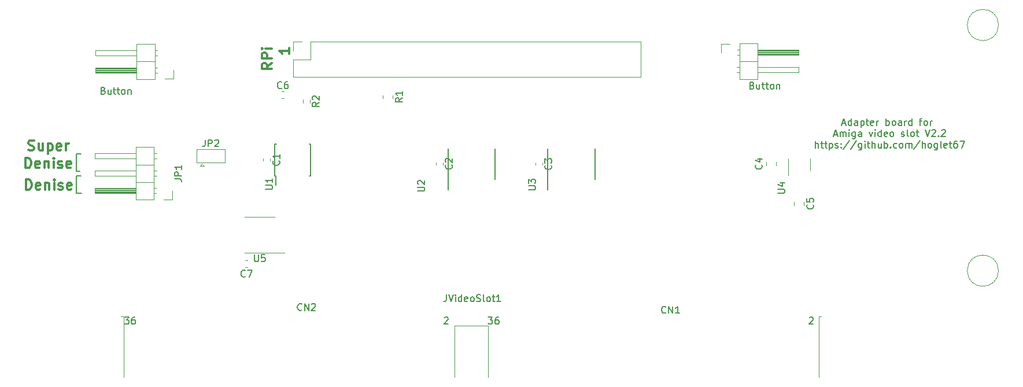
<source format=gbr>
G04 #@! TF.GenerationSoftware,KiCad,Pcbnew,5.1.9-73d0e3b20d~88~ubuntu20.10.1*
G04 #@! TF.CreationDate,2021-03-28T07:48:37+01:00*
G04 #@! TF.ProjectId,videoslotadapter,76696465-6f73-46c6-9f74-616461707465,rev?*
G04 #@! TF.SameCoordinates,Original*
G04 #@! TF.FileFunction,Legend,Top*
G04 #@! TF.FilePolarity,Positive*
%FSLAX46Y46*%
G04 Gerber Fmt 4.6, Leading zero omitted, Abs format (unit mm)*
G04 Created by KiCad (PCBNEW 5.1.9-73d0e3b20d~88~ubuntu20.10.1) date 2021-03-28 07:48:37*
%MOMM*%
%LPD*%
G01*
G04 APERTURE LIST*
%ADD10C,0.150000*%
%ADD11C,0.200000*%
%ADD12C,0.300000*%
%ADD13C,0.120000*%
G04 APERTURE END LIST*
D10*
X107441597Y-74144831D02*
X107584454Y-74192450D01*
X107632073Y-74240069D01*
X107679692Y-74335307D01*
X107679692Y-74478164D01*
X107632073Y-74573402D01*
X107584454Y-74621021D01*
X107489216Y-74668640D01*
X107108263Y-74668640D01*
X107108263Y-73668640D01*
X107441597Y-73668640D01*
X107536835Y-73716260D01*
X107584454Y-73763879D01*
X107632073Y-73859117D01*
X107632073Y-73954355D01*
X107584454Y-74049593D01*
X107536835Y-74097212D01*
X107441597Y-74144831D01*
X107108263Y-74144831D01*
X108536835Y-74001974D02*
X108536835Y-74668640D01*
X108108263Y-74001974D02*
X108108263Y-74525783D01*
X108155882Y-74621021D01*
X108251120Y-74668640D01*
X108393978Y-74668640D01*
X108489216Y-74621021D01*
X108536835Y-74573402D01*
X108870168Y-74001974D02*
X109251120Y-74001974D01*
X109013025Y-73668640D02*
X109013025Y-74525783D01*
X109060644Y-74621021D01*
X109155882Y-74668640D01*
X109251120Y-74668640D01*
X109441597Y-74001974D02*
X109822549Y-74001974D01*
X109584454Y-73668640D02*
X109584454Y-74525783D01*
X109632073Y-74621021D01*
X109727311Y-74668640D01*
X109822549Y-74668640D01*
X110298740Y-74668640D02*
X110203501Y-74621021D01*
X110155882Y-74573402D01*
X110108263Y-74478164D01*
X110108263Y-74192450D01*
X110155882Y-74097212D01*
X110203501Y-74049593D01*
X110298740Y-74001974D01*
X110441597Y-74001974D01*
X110536835Y-74049593D01*
X110584454Y-74097212D01*
X110632073Y-74192450D01*
X110632073Y-74478164D01*
X110584454Y-74573402D01*
X110536835Y-74621021D01*
X110441597Y-74668640D01*
X110298740Y-74668640D01*
X111060644Y-74001974D02*
X111060644Y-74668640D01*
X111060644Y-74097212D02*
X111108263Y-74049593D01*
X111203501Y-74001974D01*
X111346359Y-74001974D01*
X111441597Y-74049593D01*
X111489216Y-74144831D01*
X111489216Y-74668640D01*
X202414737Y-73382831D02*
X202557594Y-73430450D01*
X202605213Y-73478069D01*
X202652832Y-73573307D01*
X202652832Y-73716164D01*
X202605213Y-73811402D01*
X202557594Y-73859021D01*
X202462356Y-73906640D01*
X202081403Y-73906640D01*
X202081403Y-72906640D01*
X202414737Y-72906640D01*
X202509975Y-72954260D01*
X202557594Y-73001879D01*
X202605213Y-73097117D01*
X202605213Y-73192355D01*
X202557594Y-73287593D01*
X202509975Y-73335212D01*
X202414737Y-73382831D01*
X202081403Y-73382831D01*
X203509975Y-73239974D02*
X203509975Y-73906640D01*
X203081403Y-73239974D02*
X203081403Y-73763783D01*
X203129022Y-73859021D01*
X203224260Y-73906640D01*
X203367118Y-73906640D01*
X203462356Y-73859021D01*
X203509975Y-73811402D01*
X203843308Y-73239974D02*
X204224260Y-73239974D01*
X203986165Y-72906640D02*
X203986165Y-73763783D01*
X204033784Y-73859021D01*
X204129022Y-73906640D01*
X204224260Y-73906640D01*
X204414737Y-73239974D02*
X204795689Y-73239974D01*
X204557594Y-72906640D02*
X204557594Y-73763783D01*
X204605213Y-73859021D01*
X204700451Y-73906640D01*
X204795689Y-73906640D01*
X205271880Y-73906640D02*
X205176641Y-73859021D01*
X205129022Y-73811402D01*
X205081403Y-73716164D01*
X205081403Y-73430450D01*
X205129022Y-73335212D01*
X205176641Y-73287593D01*
X205271880Y-73239974D01*
X205414737Y-73239974D01*
X205509975Y-73287593D01*
X205557594Y-73335212D01*
X205605213Y-73430450D01*
X205605213Y-73716164D01*
X205557594Y-73811402D01*
X205509975Y-73859021D01*
X205414737Y-73906640D01*
X205271880Y-73906640D01*
X206033784Y-73239974D02*
X206033784Y-73906640D01*
X206033784Y-73335212D02*
X206081403Y-73287593D01*
X206176641Y-73239974D01*
X206319499Y-73239974D01*
X206414737Y-73287593D01*
X206462356Y-73382831D01*
X206462356Y-73906640D01*
X215626228Y-78938146D02*
X216102419Y-78938146D01*
X215530990Y-79223860D02*
X215864323Y-78223860D01*
X216197657Y-79223860D01*
X216959561Y-79223860D02*
X216959561Y-78223860D01*
X216959561Y-79176241D02*
X216864323Y-79223860D01*
X216673847Y-79223860D01*
X216578609Y-79176241D01*
X216530990Y-79128622D01*
X216483371Y-79033384D01*
X216483371Y-78747670D01*
X216530990Y-78652432D01*
X216578609Y-78604813D01*
X216673847Y-78557194D01*
X216864323Y-78557194D01*
X216959561Y-78604813D01*
X217864323Y-79223860D02*
X217864323Y-78700051D01*
X217816704Y-78604813D01*
X217721466Y-78557194D01*
X217530990Y-78557194D01*
X217435752Y-78604813D01*
X217864323Y-79176241D02*
X217769085Y-79223860D01*
X217530990Y-79223860D01*
X217435752Y-79176241D01*
X217388133Y-79081003D01*
X217388133Y-78985765D01*
X217435752Y-78890527D01*
X217530990Y-78842908D01*
X217769085Y-78842908D01*
X217864323Y-78795289D01*
X218340514Y-78557194D02*
X218340514Y-79557194D01*
X218340514Y-78604813D02*
X218435752Y-78557194D01*
X218626228Y-78557194D01*
X218721466Y-78604813D01*
X218769085Y-78652432D01*
X218816704Y-78747670D01*
X218816704Y-79033384D01*
X218769085Y-79128622D01*
X218721466Y-79176241D01*
X218626228Y-79223860D01*
X218435752Y-79223860D01*
X218340514Y-79176241D01*
X219102419Y-78557194D02*
X219483371Y-78557194D01*
X219245276Y-78223860D02*
X219245276Y-79081003D01*
X219292895Y-79176241D01*
X219388133Y-79223860D01*
X219483371Y-79223860D01*
X220197657Y-79176241D02*
X220102419Y-79223860D01*
X219911942Y-79223860D01*
X219816704Y-79176241D01*
X219769085Y-79081003D01*
X219769085Y-78700051D01*
X219816704Y-78604813D01*
X219911942Y-78557194D01*
X220102419Y-78557194D01*
X220197657Y-78604813D01*
X220245276Y-78700051D01*
X220245276Y-78795289D01*
X219769085Y-78890527D01*
X220673847Y-79223860D02*
X220673847Y-78557194D01*
X220673847Y-78747670D02*
X220721466Y-78652432D01*
X220769085Y-78604813D01*
X220864323Y-78557194D01*
X220959561Y-78557194D01*
X222054800Y-79223860D02*
X222054800Y-78223860D01*
X222054800Y-78604813D02*
X222150038Y-78557194D01*
X222340514Y-78557194D01*
X222435752Y-78604813D01*
X222483371Y-78652432D01*
X222530990Y-78747670D01*
X222530990Y-79033384D01*
X222483371Y-79128622D01*
X222435752Y-79176241D01*
X222340514Y-79223860D01*
X222150038Y-79223860D01*
X222054800Y-79176241D01*
X223102419Y-79223860D02*
X223007180Y-79176241D01*
X222959561Y-79128622D01*
X222911942Y-79033384D01*
X222911942Y-78747670D01*
X222959561Y-78652432D01*
X223007180Y-78604813D01*
X223102419Y-78557194D01*
X223245276Y-78557194D01*
X223340514Y-78604813D01*
X223388133Y-78652432D01*
X223435752Y-78747670D01*
X223435752Y-79033384D01*
X223388133Y-79128622D01*
X223340514Y-79176241D01*
X223245276Y-79223860D01*
X223102419Y-79223860D01*
X224292895Y-79223860D02*
X224292895Y-78700051D01*
X224245276Y-78604813D01*
X224150038Y-78557194D01*
X223959561Y-78557194D01*
X223864323Y-78604813D01*
X224292895Y-79176241D02*
X224197657Y-79223860D01*
X223959561Y-79223860D01*
X223864323Y-79176241D01*
X223816704Y-79081003D01*
X223816704Y-78985765D01*
X223864323Y-78890527D01*
X223959561Y-78842908D01*
X224197657Y-78842908D01*
X224292895Y-78795289D01*
X224769085Y-79223860D02*
X224769085Y-78557194D01*
X224769085Y-78747670D02*
X224816704Y-78652432D01*
X224864323Y-78604813D01*
X224959561Y-78557194D01*
X225054800Y-78557194D01*
X225816704Y-79223860D02*
X225816704Y-78223860D01*
X225816704Y-79176241D02*
X225721466Y-79223860D01*
X225530990Y-79223860D01*
X225435752Y-79176241D01*
X225388133Y-79128622D01*
X225340514Y-79033384D01*
X225340514Y-78747670D01*
X225388133Y-78652432D01*
X225435752Y-78604813D01*
X225530990Y-78557194D01*
X225721466Y-78557194D01*
X225816704Y-78604813D01*
X226911942Y-78557194D02*
X227292895Y-78557194D01*
X227054800Y-79223860D02*
X227054800Y-78366718D01*
X227102419Y-78271480D01*
X227197657Y-78223860D01*
X227292895Y-78223860D01*
X227769085Y-79223860D02*
X227673847Y-79176241D01*
X227626228Y-79128622D01*
X227578609Y-79033384D01*
X227578609Y-78747670D01*
X227626228Y-78652432D01*
X227673847Y-78604813D01*
X227769085Y-78557194D01*
X227911942Y-78557194D01*
X228007180Y-78604813D01*
X228054800Y-78652432D01*
X228102419Y-78747670D01*
X228102419Y-79033384D01*
X228054800Y-79128622D01*
X228007180Y-79176241D01*
X227911942Y-79223860D01*
X227769085Y-79223860D01*
X228530990Y-79223860D02*
X228530990Y-78557194D01*
X228530990Y-78747670D02*
X228578609Y-78652432D01*
X228626228Y-78604813D01*
X228721466Y-78557194D01*
X228816704Y-78557194D01*
X214388133Y-80588146D02*
X214864323Y-80588146D01*
X214292895Y-80873860D02*
X214626228Y-79873860D01*
X214959561Y-80873860D01*
X215292895Y-80873860D02*
X215292895Y-80207194D01*
X215292895Y-80302432D02*
X215340514Y-80254813D01*
X215435752Y-80207194D01*
X215578609Y-80207194D01*
X215673847Y-80254813D01*
X215721466Y-80350051D01*
X215721466Y-80873860D01*
X215721466Y-80350051D02*
X215769085Y-80254813D01*
X215864323Y-80207194D01*
X216007180Y-80207194D01*
X216102419Y-80254813D01*
X216150038Y-80350051D01*
X216150038Y-80873860D01*
X216626228Y-80873860D02*
X216626228Y-80207194D01*
X216626228Y-79873860D02*
X216578609Y-79921480D01*
X216626228Y-79969099D01*
X216673847Y-79921480D01*
X216626228Y-79873860D01*
X216626228Y-79969099D01*
X217530990Y-80207194D02*
X217530990Y-81016718D01*
X217483371Y-81111956D01*
X217435752Y-81159575D01*
X217340514Y-81207194D01*
X217197657Y-81207194D01*
X217102419Y-81159575D01*
X217530990Y-80826241D02*
X217435752Y-80873860D01*
X217245276Y-80873860D01*
X217150038Y-80826241D01*
X217102419Y-80778622D01*
X217054800Y-80683384D01*
X217054800Y-80397670D01*
X217102419Y-80302432D01*
X217150038Y-80254813D01*
X217245276Y-80207194D01*
X217435752Y-80207194D01*
X217530990Y-80254813D01*
X218435752Y-80873860D02*
X218435752Y-80350051D01*
X218388133Y-80254813D01*
X218292895Y-80207194D01*
X218102419Y-80207194D01*
X218007180Y-80254813D01*
X218435752Y-80826241D02*
X218340514Y-80873860D01*
X218102419Y-80873860D01*
X218007180Y-80826241D01*
X217959561Y-80731003D01*
X217959561Y-80635765D01*
X218007180Y-80540527D01*
X218102419Y-80492908D01*
X218340514Y-80492908D01*
X218435752Y-80445289D01*
X219578609Y-80207194D02*
X219816704Y-80873860D01*
X220054800Y-80207194D01*
X220435752Y-80873860D02*
X220435752Y-80207194D01*
X220435752Y-79873860D02*
X220388133Y-79921480D01*
X220435752Y-79969099D01*
X220483371Y-79921480D01*
X220435752Y-79873860D01*
X220435752Y-79969099D01*
X221340514Y-80873860D02*
X221340514Y-79873860D01*
X221340514Y-80826241D02*
X221245276Y-80873860D01*
X221054800Y-80873860D01*
X220959561Y-80826241D01*
X220911942Y-80778622D01*
X220864323Y-80683384D01*
X220864323Y-80397670D01*
X220911942Y-80302432D01*
X220959561Y-80254813D01*
X221054800Y-80207194D01*
X221245276Y-80207194D01*
X221340514Y-80254813D01*
X222197657Y-80826241D02*
X222102419Y-80873860D01*
X221911942Y-80873860D01*
X221816704Y-80826241D01*
X221769085Y-80731003D01*
X221769085Y-80350051D01*
X221816704Y-80254813D01*
X221911942Y-80207194D01*
X222102419Y-80207194D01*
X222197657Y-80254813D01*
X222245276Y-80350051D01*
X222245276Y-80445289D01*
X221769085Y-80540527D01*
X222816704Y-80873860D02*
X222721466Y-80826241D01*
X222673847Y-80778622D01*
X222626228Y-80683384D01*
X222626228Y-80397670D01*
X222673847Y-80302432D01*
X222721466Y-80254813D01*
X222816704Y-80207194D01*
X222959561Y-80207194D01*
X223054800Y-80254813D01*
X223102419Y-80302432D01*
X223150038Y-80397670D01*
X223150038Y-80683384D01*
X223102419Y-80778622D01*
X223054800Y-80826241D01*
X222959561Y-80873860D01*
X222816704Y-80873860D01*
X224292895Y-80826241D02*
X224388133Y-80873860D01*
X224578609Y-80873860D01*
X224673847Y-80826241D01*
X224721466Y-80731003D01*
X224721466Y-80683384D01*
X224673847Y-80588146D01*
X224578609Y-80540527D01*
X224435752Y-80540527D01*
X224340514Y-80492908D01*
X224292895Y-80397670D01*
X224292895Y-80350051D01*
X224340514Y-80254813D01*
X224435752Y-80207194D01*
X224578609Y-80207194D01*
X224673847Y-80254813D01*
X225292895Y-80873860D02*
X225197657Y-80826241D01*
X225150038Y-80731003D01*
X225150038Y-79873860D01*
X225816704Y-80873860D02*
X225721466Y-80826241D01*
X225673847Y-80778622D01*
X225626228Y-80683384D01*
X225626228Y-80397670D01*
X225673847Y-80302432D01*
X225721466Y-80254813D01*
X225816704Y-80207194D01*
X225959561Y-80207194D01*
X226054800Y-80254813D01*
X226102419Y-80302432D01*
X226150038Y-80397670D01*
X226150038Y-80683384D01*
X226102419Y-80778622D01*
X226054800Y-80826241D01*
X225959561Y-80873860D01*
X225816704Y-80873860D01*
X226435752Y-80207194D02*
X226816704Y-80207194D01*
X226578609Y-79873860D02*
X226578609Y-80731003D01*
X226626228Y-80826241D01*
X226721466Y-80873860D01*
X226816704Y-80873860D01*
X227769085Y-79873860D02*
X228102419Y-80873860D01*
X228435752Y-79873860D01*
X228721466Y-79969099D02*
X228769085Y-79921480D01*
X228864323Y-79873860D01*
X229102419Y-79873860D01*
X229197657Y-79921480D01*
X229245276Y-79969099D01*
X229292895Y-80064337D01*
X229292895Y-80159575D01*
X229245276Y-80302432D01*
X228673847Y-80873860D01*
X229292895Y-80873860D01*
X229721466Y-80778622D02*
X229769085Y-80826241D01*
X229721466Y-80873860D01*
X229673847Y-80826241D01*
X229721466Y-80778622D01*
X229721466Y-80873860D01*
X230150038Y-79969099D02*
X230197657Y-79921480D01*
X230292895Y-79873860D01*
X230530990Y-79873860D01*
X230626228Y-79921480D01*
X230673847Y-79969099D01*
X230721466Y-80064337D01*
X230721466Y-80159575D01*
X230673847Y-80302432D01*
X230102419Y-80873860D01*
X230721466Y-80873860D01*
X211697657Y-82523860D02*
X211697657Y-81523860D01*
X212126228Y-82523860D02*
X212126228Y-82000051D01*
X212078609Y-81904813D01*
X211983371Y-81857194D01*
X211840514Y-81857194D01*
X211745276Y-81904813D01*
X211697657Y-81952432D01*
X212459561Y-81857194D02*
X212840514Y-81857194D01*
X212602419Y-81523860D02*
X212602419Y-82381003D01*
X212650038Y-82476241D01*
X212745276Y-82523860D01*
X212840514Y-82523860D01*
X213030990Y-81857194D02*
X213411942Y-81857194D01*
X213173847Y-81523860D02*
X213173847Y-82381003D01*
X213221466Y-82476241D01*
X213316704Y-82523860D01*
X213411942Y-82523860D01*
X213745276Y-81857194D02*
X213745276Y-82857194D01*
X213745276Y-81904813D02*
X213840514Y-81857194D01*
X214030990Y-81857194D01*
X214126228Y-81904813D01*
X214173847Y-81952432D01*
X214221466Y-82047670D01*
X214221466Y-82333384D01*
X214173847Y-82428622D01*
X214126228Y-82476241D01*
X214030990Y-82523860D01*
X213840514Y-82523860D01*
X213745276Y-82476241D01*
X214602419Y-82476241D02*
X214697657Y-82523860D01*
X214888133Y-82523860D01*
X214983371Y-82476241D01*
X215030990Y-82381003D01*
X215030990Y-82333384D01*
X214983371Y-82238146D01*
X214888133Y-82190527D01*
X214745276Y-82190527D01*
X214650038Y-82142908D01*
X214602419Y-82047670D01*
X214602419Y-82000051D01*
X214650038Y-81904813D01*
X214745276Y-81857194D01*
X214888133Y-81857194D01*
X214983371Y-81904813D01*
X215459561Y-82428622D02*
X215507180Y-82476241D01*
X215459561Y-82523860D01*
X215411942Y-82476241D01*
X215459561Y-82428622D01*
X215459561Y-82523860D01*
X215459561Y-81904813D02*
X215507180Y-81952432D01*
X215459561Y-82000051D01*
X215411942Y-81952432D01*
X215459561Y-81904813D01*
X215459561Y-82000051D01*
X216650038Y-81476241D02*
X215792895Y-82761956D01*
X217697657Y-81476241D02*
X216840514Y-82761956D01*
X218459561Y-81857194D02*
X218459561Y-82666718D01*
X218411942Y-82761956D01*
X218364323Y-82809575D01*
X218269085Y-82857194D01*
X218126228Y-82857194D01*
X218030990Y-82809575D01*
X218459561Y-82476241D02*
X218364323Y-82523860D01*
X218173847Y-82523860D01*
X218078609Y-82476241D01*
X218030990Y-82428622D01*
X217983371Y-82333384D01*
X217983371Y-82047670D01*
X218030990Y-81952432D01*
X218078609Y-81904813D01*
X218173847Y-81857194D01*
X218364323Y-81857194D01*
X218459561Y-81904813D01*
X218935752Y-82523860D02*
X218935752Y-81857194D01*
X218935752Y-81523860D02*
X218888133Y-81571480D01*
X218935752Y-81619099D01*
X218983371Y-81571480D01*
X218935752Y-81523860D01*
X218935752Y-81619099D01*
X219269085Y-81857194D02*
X219650038Y-81857194D01*
X219411942Y-81523860D02*
X219411942Y-82381003D01*
X219459561Y-82476241D01*
X219554800Y-82523860D01*
X219650038Y-82523860D01*
X219983371Y-82523860D02*
X219983371Y-81523860D01*
X220411942Y-82523860D02*
X220411942Y-82000051D01*
X220364323Y-81904813D01*
X220269085Y-81857194D01*
X220126228Y-81857194D01*
X220030990Y-81904813D01*
X219983371Y-81952432D01*
X221316704Y-81857194D02*
X221316704Y-82523860D01*
X220888133Y-81857194D02*
X220888133Y-82381003D01*
X220935752Y-82476241D01*
X221030990Y-82523860D01*
X221173847Y-82523860D01*
X221269085Y-82476241D01*
X221316704Y-82428622D01*
X221792895Y-82523860D02*
X221792895Y-81523860D01*
X221792895Y-81904813D02*
X221888133Y-81857194D01*
X222078609Y-81857194D01*
X222173847Y-81904813D01*
X222221466Y-81952432D01*
X222269085Y-82047670D01*
X222269085Y-82333384D01*
X222221466Y-82428622D01*
X222173847Y-82476241D01*
X222078609Y-82523860D01*
X221888133Y-82523860D01*
X221792895Y-82476241D01*
X222697657Y-82428622D02*
X222745276Y-82476241D01*
X222697657Y-82523860D01*
X222650038Y-82476241D01*
X222697657Y-82428622D01*
X222697657Y-82523860D01*
X223602419Y-82476241D02*
X223507180Y-82523860D01*
X223316704Y-82523860D01*
X223221466Y-82476241D01*
X223173847Y-82428622D01*
X223126228Y-82333384D01*
X223126228Y-82047670D01*
X223173847Y-81952432D01*
X223221466Y-81904813D01*
X223316704Y-81857194D01*
X223507180Y-81857194D01*
X223602419Y-81904813D01*
X224173847Y-82523860D02*
X224078609Y-82476241D01*
X224030990Y-82428622D01*
X223983371Y-82333384D01*
X223983371Y-82047670D01*
X224030990Y-81952432D01*
X224078609Y-81904813D01*
X224173847Y-81857194D01*
X224316704Y-81857194D01*
X224411942Y-81904813D01*
X224459561Y-81952432D01*
X224507180Y-82047670D01*
X224507180Y-82333384D01*
X224459561Y-82428622D01*
X224411942Y-82476241D01*
X224316704Y-82523860D01*
X224173847Y-82523860D01*
X224935752Y-82523860D02*
X224935752Y-81857194D01*
X224935752Y-81952432D02*
X224983371Y-81904813D01*
X225078609Y-81857194D01*
X225221466Y-81857194D01*
X225316704Y-81904813D01*
X225364323Y-82000051D01*
X225364323Y-82523860D01*
X225364323Y-82000051D02*
X225411942Y-81904813D01*
X225507180Y-81857194D01*
X225650038Y-81857194D01*
X225745276Y-81904813D01*
X225792895Y-82000051D01*
X225792895Y-82523860D01*
X226983371Y-81476241D02*
X226126228Y-82761956D01*
X227316704Y-82523860D02*
X227316704Y-81523860D01*
X227745276Y-82523860D02*
X227745276Y-82000051D01*
X227697657Y-81904813D01*
X227602419Y-81857194D01*
X227459561Y-81857194D01*
X227364323Y-81904813D01*
X227316704Y-81952432D01*
X228364323Y-82523860D02*
X228269085Y-82476241D01*
X228221466Y-82428622D01*
X228173847Y-82333384D01*
X228173847Y-82047670D01*
X228221466Y-81952432D01*
X228269085Y-81904813D01*
X228364323Y-81857194D01*
X228507180Y-81857194D01*
X228602419Y-81904813D01*
X228650038Y-81952432D01*
X228697657Y-82047670D01*
X228697657Y-82333384D01*
X228650038Y-82428622D01*
X228602419Y-82476241D01*
X228507180Y-82523860D01*
X228364323Y-82523860D01*
X229554800Y-81857194D02*
X229554800Y-82666718D01*
X229507180Y-82761956D01*
X229459561Y-82809575D01*
X229364323Y-82857194D01*
X229221466Y-82857194D01*
X229126228Y-82809575D01*
X229554800Y-82476241D02*
X229459561Y-82523860D01*
X229269085Y-82523860D01*
X229173847Y-82476241D01*
X229126228Y-82428622D01*
X229078609Y-82333384D01*
X229078609Y-82047670D01*
X229126228Y-81952432D01*
X229173847Y-81904813D01*
X229269085Y-81857194D01*
X229459561Y-81857194D01*
X229554800Y-81904813D01*
X230173847Y-82523860D02*
X230078609Y-82476241D01*
X230030990Y-82381003D01*
X230030990Y-81523860D01*
X230935752Y-82476241D02*
X230840514Y-82523860D01*
X230650038Y-82523860D01*
X230554800Y-82476241D01*
X230507180Y-82381003D01*
X230507180Y-82000051D01*
X230554800Y-81904813D01*
X230650038Y-81857194D01*
X230840514Y-81857194D01*
X230935752Y-81904813D01*
X230983371Y-82000051D01*
X230983371Y-82095289D01*
X230507180Y-82190527D01*
X231269085Y-81857194D02*
X231650038Y-81857194D01*
X231411942Y-81523860D02*
X231411942Y-82381003D01*
X231459561Y-82476241D01*
X231554800Y-82523860D01*
X231650038Y-82523860D01*
X232411942Y-81523860D02*
X232221466Y-81523860D01*
X232126228Y-81571480D01*
X232078609Y-81619099D01*
X231983371Y-81761956D01*
X231935752Y-81952432D01*
X231935752Y-82333384D01*
X231983371Y-82428622D01*
X232030990Y-82476241D01*
X232126228Y-82523860D01*
X232316704Y-82523860D01*
X232411942Y-82476241D01*
X232459561Y-82428622D01*
X232507180Y-82333384D01*
X232507180Y-82095289D01*
X232459561Y-82000051D01*
X232411942Y-81952432D01*
X232316704Y-81904813D01*
X232126228Y-81904813D01*
X232030990Y-81952432D01*
X231983371Y-82000051D01*
X231935752Y-82095289D01*
X232840514Y-81523860D02*
X233507180Y-81523860D01*
X233078609Y-82523860D01*
D11*
X103479600Y-86621620D02*
X103479600Y-89161620D01*
X103454200Y-89161620D02*
X104213660Y-89161620D01*
X104152700Y-86626700D02*
X103517700Y-86626700D01*
X103522780Y-85948520D02*
X104030780Y-85948520D01*
X103522780Y-83408520D02*
X103522780Y-85948520D01*
X104157780Y-83408520D02*
X103522780Y-83408520D01*
D12*
X96456702Y-82857502D02*
X96670988Y-82928931D01*
X97028131Y-82928931D01*
X97170988Y-82857502D01*
X97242417Y-82786074D01*
X97313845Y-82643217D01*
X97313845Y-82500360D01*
X97242417Y-82357502D01*
X97170988Y-82286074D01*
X97028131Y-82214645D01*
X96742417Y-82143217D01*
X96599560Y-82071788D01*
X96528131Y-82000360D01*
X96456702Y-81857502D01*
X96456702Y-81714645D01*
X96528131Y-81571788D01*
X96599560Y-81500360D01*
X96742417Y-81428931D01*
X97099560Y-81428931D01*
X97313845Y-81500360D01*
X98599560Y-81928931D02*
X98599560Y-82928931D01*
X97956702Y-81928931D02*
X97956702Y-82714645D01*
X98028131Y-82857502D01*
X98170988Y-82928931D01*
X98385274Y-82928931D01*
X98528131Y-82857502D01*
X98599560Y-82786074D01*
X99313845Y-81928931D02*
X99313845Y-83428931D01*
X99313845Y-82000360D02*
X99456702Y-81928931D01*
X99742417Y-81928931D01*
X99885274Y-82000360D01*
X99956702Y-82071788D01*
X100028131Y-82214645D01*
X100028131Y-82643217D01*
X99956702Y-82786074D01*
X99885274Y-82857502D01*
X99742417Y-82928931D01*
X99456702Y-82928931D01*
X99313845Y-82857502D01*
X101242417Y-82857502D02*
X101099560Y-82928931D01*
X100813845Y-82928931D01*
X100670988Y-82857502D01*
X100599560Y-82714645D01*
X100599560Y-82143217D01*
X100670988Y-82000360D01*
X100813845Y-81928931D01*
X101099560Y-81928931D01*
X101242417Y-82000360D01*
X101313845Y-82143217D01*
X101313845Y-82286074D01*
X100599560Y-82428931D01*
X101956702Y-82928931D02*
X101956702Y-81928931D01*
X101956702Y-82214645D02*
X102028131Y-82071788D01*
X102099560Y-82000360D01*
X102242417Y-81928931D01*
X102385274Y-81928931D01*
X96028131Y-85478931D02*
X96028131Y-83978931D01*
X96385274Y-83978931D01*
X96599560Y-84050360D01*
X96742417Y-84193217D01*
X96813845Y-84336074D01*
X96885274Y-84621788D01*
X96885274Y-84836074D01*
X96813845Y-85121788D01*
X96742417Y-85264645D01*
X96599560Y-85407502D01*
X96385274Y-85478931D01*
X96028131Y-85478931D01*
X98099560Y-85407502D02*
X97956702Y-85478931D01*
X97670988Y-85478931D01*
X97528131Y-85407502D01*
X97456702Y-85264645D01*
X97456702Y-84693217D01*
X97528131Y-84550360D01*
X97670988Y-84478931D01*
X97956702Y-84478931D01*
X98099560Y-84550360D01*
X98170988Y-84693217D01*
X98170988Y-84836074D01*
X97456702Y-84978931D01*
X98813845Y-84478931D02*
X98813845Y-85478931D01*
X98813845Y-84621788D02*
X98885274Y-84550360D01*
X99028131Y-84478931D01*
X99242417Y-84478931D01*
X99385274Y-84550360D01*
X99456702Y-84693217D01*
X99456702Y-85478931D01*
X100170988Y-85478931D02*
X100170988Y-84478931D01*
X100170988Y-83978931D02*
X100099560Y-84050360D01*
X100170988Y-84121788D01*
X100242417Y-84050360D01*
X100170988Y-83978931D01*
X100170988Y-84121788D01*
X100813845Y-85407502D02*
X100956702Y-85478931D01*
X101242417Y-85478931D01*
X101385274Y-85407502D01*
X101456702Y-85264645D01*
X101456702Y-85193217D01*
X101385274Y-85050360D01*
X101242417Y-84978931D01*
X101028131Y-84978931D01*
X100885274Y-84907502D01*
X100813845Y-84764645D01*
X100813845Y-84693217D01*
X100885274Y-84550360D01*
X101028131Y-84478931D01*
X101242417Y-84478931D01*
X101385274Y-84550360D01*
X102670988Y-85407502D02*
X102528131Y-85478931D01*
X102242417Y-85478931D01*
X102099560Y-85407502D01*
X102028131Y-85264645D01*
X102028131Y-84693217D01*
X102099560Y-84550360D01*
X102242417Y-84478931D01*
X102528131Y-84478931D01*
X102670988Y-84550360D01*
X102742417Y-84693217D01*
X102742417Y-84836074D01*
X102028131Y-84978931D01*
X96111951Y-88661631D02*
X96111951Y-87161631D01*
X96469094Y-87161631D01*
X96683380Y-87233060D01*
X96826237Y-87375917D01*
X96897665Y-87518774D01*
X96969094Y-87804488D01*
X96969094Y-88018774D01*
X96897665Y-88304488D01*
X96826237Y-88447345D01*
X96683380Y-88590202D01*
X96469094Y-88661631D01*
X96111951Y-88661631D01*
X98183380Y-88590202D02*
X98040522Y-88661631D01*
X97754808Y-88661631D01*
X97611951Y-88590202D01*
X97540522Y-88447345D01*
X97540522Y-87875917D01*
X97611951Y-87733060D01*
X97754808Y-87661631D01*
X98040522Y-87661631D01*
X98183380Y-87733060D01*
X98254808Y-87875917D01*
X98254808Y-88018774D01*
X97540522Y-88161631D01*
X98897665Y-87661631D02*
X98897665Y-88661631D01*
X98897665Y-87804488D02*
X98969094Y-87733060D01*
X99111951Y-87661631D01*
X99326237Y-87661631D01*
X99469094Y-87733060D01*
X99540522Y-87875917D01*
X99540522Y-88661631D01*
X100254808Y-88661631D02*
X100254808Y-87661631D01*
X100254808Y-87161631D02*
X100183380Y-87233060D01*
X100254808Y-87304488D01*
X100326237Y-87233060D01*
X100254808Y-87161631D01*
X100254808Y-87304488D01*
X100897665Y-88590202D02*
X101040522Y-88661631D01*
X101326237Y-88661631D01*
X101469094Y-88590202D01*
X101540522Y-88447345D01*
X101540522Y-88375917D01*
X101469094Y-88233060D01*
X101326237Y-88161631D01*
X101111951Y-88161631D01*
X100969094Y-88090202D01*
X100897665Y-87947345D01*
X100897665Y-87875917D01*
X100969094Y-87733060D01*
X101111951Y-87661631D01*
X101326237Y-87661631D01*
X101469094Y-87733060D01*
X102754808Y-88590202D02*
X102611951Y-88661631D01*
X102326237Y-88661631D01*
X102183380Y-88590202D01*
X102111951Y-88447345D01*
X102111951Y-87875917D01*
X102183380Y-87733060D01*
X102326237Y-87661631D01*
X102611951Y-87661631D01*
X102754808Y-87733060D01*
X102826237Y-87875917D01*
X102826237Y-88018774D01*
X102111951Y-88161631D01*
X132131271Y-70124380D02*
X131416985Y-70624380D01*
X132131271Y-70981522D02*
X130631271Y-70981522D01*
X130631271Y-70410094D01*
X130702700Y-70267237D01*
X130774128Y-70195808D01*
X130916985Y-70124380D01*
X131131271Y-70124380D01*
X131274128Y-70195808D01*
X131345557Y-70267237D01*
X131416985Y-70410094D01*
X131416985Y-70981522D01*
X132131271Y-69481522D02*
X130631271Y-69481522D01*
X130631271Y-68910094D01*
X130702700Y-68767237D01*
X130774128Y-68695808D01*
X130916985Y-68624380D01*
X131131271Y-68624380D01*
X131274128Y-68695808D01*
X131345557Y-68767237D01*
X131416985Y-68910094D01*
X131416985Y-69481522D01*
X132131271Y-67981522D02*
X131131271Y-67981522D01*
X130631271Y-67981522D02*
X130702700Y-68052951D01*
X130774128Y-67981522D01*
X130702700Y-67910094D01*
X130631271Y-67981522D01*
X130774128Y-67981522D01*
X134681271Y-67910094D02*
X134681271Y-68767237D01*
X134681271Y-68338665D02*
X133181271Y-68338665D01*
X133395557Y-68481522D01*
X133538414Y-68624380D01*
X133609842Y-68767237D01*
D13*
X238493300Y-100502720D02*
G75*
G03*
X238493300Y-100502720I-2286000J0D01*
G01*
X238493300Y-64546480D02*
G75*
G03*
X238493300Y-64546480I-2286000J0D01*
G01*
X121864600Y-84893000D02*
X122164600Y-85193000D01*
X121564600Y-85193000D02*
X122164600Y-85193000D01*
X121864600Y-84893000D02*
X121564600Y-85193000D01*
X121114600Y-84693000D02*
X121114600Y-82693000D01*
X125214600Y-84693000D02*
X121114600Y-84693000D01*
X125214600Y-82693000D02*
X125214600Y-84693000D01*
X121114600Y-82693000D02*
X125214600Y-82693000D01*
X128225333Y-98969100D02*
X128517867Y-98969100D01*
X128225333Y-99989100D02*
X128517867Y-99989100D01*
X130327400Y-92665400D02*
X128127400Y-92665400D01*
X130327400Y-92665400D02*
X132527400Y-92665400D01*
X130327400Y-97885400D02*
X128127400Y-97885400D01*
X130327400Y-97885400D02*
X133927400Y-97885400D01*
X133877267Y-74293000D02*
X133584733Y-74293000D01*
X133877267Y-75313000D02*
X133584733Y-75313000D01*
X136637500Y-75437276D02*
X136637500Y-75946724D01*
X137682500Y-75437276D02*
X137682500Y-75946724D01*
X110424000Y-107172000D02*
X110024000Y-107172000D01*
X110424000Y-116122000D02*
X110424000Y-107172000D01*
X163774000Y-108522000D02*
X163774000Y-116122000D01*
X158824000Y-108522000D02*
X163774000Y-108522000D01*
X158824000Y-116122000D02*
X158824000Y-108522000D01*
X212164000Y-107172000D02*
X212564000Y-107172000D01*
X212164000Y-116122000D02*
X212164000Y-107172000D01*
X210031000Y-90416748D02*
X210031000Y-90939252D01*
X208561000Y-90416748D02*
X208561000Y-90939252D01*
X149833000Y-74829936D02*
X149833000Y-75284064D01*
X148363000Y-74829936D02*
X148363000Y-75284064D01*
X205967000Y-84574748D02*
X205967000Y-85097252D01*
X204497000Y-84574748D02*
X204497000Y-85097252D01*
X171706000Y-84765933D02*
X171706000Y-85058467D01*
X170686000Y-84765933D02*
X170686000Y-85058467D01*
X157154340Y-84689733D02*
X157154340Y-84982267D01*
X156134340Y-84689733D02*
X156134340Y-84982267D01*
X131881340Y-84130933D02*
X131881340Y-84423467D01*
X130861340Y-84130933D02*
X130861340Y-84423467D01*
X197866000Y-67310000D02*
X199136000Y-67310000D01*
X197866000Y-68580000D02*
X197866000Y-67310000D01*
X200178929Y-71500000D02*
X200576000Y-71500000D01*
X200178929Y-70740000D02*
X200576000Y-70740000D01*
X209236000Y-71500000D02*
X203236000Y-71500000D01*
X209236000Y-70740000D02*
X209236000Y-71500000D01*
X203236000Y-70740000D02*
X209236000Y-70740000D01*
X200576000Y-69850000D02*
X203236000Y-69850000D01*
X200246000Y-68960000D02*
X200576000Y-68960000D01*
X200246000Y-68200000D02*
X200576000Y-68200000D01*
X203236000Y-68860000D02*
X209236000Y-68860000D01*
X203236000Y-68740000D02*
X209236000Y-68740000D01*
X203236000Y-68620000D02*
X209236000Y-68620000D01*
X203236000Y-68500000D02*
X209236000Y-68500000D01*
X203236000Y-68380000D02*
X209236000Y-68380000D01*
X203236000Y-68260000D02*
X209236000Y-68260000D01*
X209236000Y-68960000D02*
X203236000Y-68960000D01*
X209236000Y-68200000D02*
X209236000Y-68960000D01*
X203236000Y-68200000D02*
X209236000Y-68200000D01*
X203236000Y-67250000D02*
X200576000Y-67250000D01*
X203236000Y-72450000D02*
X203236000Y-67250000D01*
X200576000Y-72450000D02*
X203236000Y-72450000D01*
X200576000Y-67250000D02*
X200576000Y-72450000D01*
X117678200Y-72433180D02*
X116408200Y-72433180D01*
X117678200Y-71163180D02*
X117678200Y-72433180D01*
X115365271Y-68243180D02*
X114968200Y-68243180D01*
X115365271Y-69003180D02*
X114968200Y-69003180D01*
X106308200Y-68243180D02*
X112308200Y-68243180D01*
X106308200Y-69003180D02*
X106308200Y-68243180D01*
X112308200Y-69003180D02*
X106308200Y-69003180D01*
X114968200Y-69893180D02*
X112308200Y-69893180D01*
X115298200Y-70783180D02*
X114968200Y-70783180D01*
X115298200Y-71543180D02*
X114968200Y-71543180D01*
X112308200Y-70883180D02*
X106308200Y-70883180D01*
X112308200Y-71003180D02*
X106308200Y-71003180D01*
X112308200Y-71123180D02*
X106308200Y-71123180D01*
X112308200Y-71243180D02*
X106308200Y-71243180D01*
X112308200Y-71363180D02*
X106308200Y-71363180D01*
X112308200Y-71483180D02*
X106308200Y-71483180D01*
X106308200Y-70783180D02*
X112308200Y-70783180D01*
X106308200Y-71543180D02*
X106308200Y-70783180D01*
X112308200Y-71543180D02*
X106308200Y-71543180D01*
X112308200Y-72493180D02*
X114968200Y-72493180D01*
X112308200Y-67293180D02*
X112308200Y-72493180D01*
X114968200Y-67293180D02*
X112308200Y-67293180D01*
X114968200Y-72493180D02*
X114968200Y-67293180D01*
D10*
X132556340Y-86602200D02*
X132681340Y-86602200D01*
X132556340Y-81952200D02*
X132781340Y-81952200D01*
X137806340Y-81952200D02*
X137581340Y-81952200D01*
X137806340Y-86602200D02*
X137581340Y-86602200D01*
X132556340Y-86602200D02*
X132556340Y-81952200D01*
X137806340Y-86602200D02*
X137806340Y-81952200D01*
X132681340Y-86602200D02*
X132681340Y-87952200D01*
X157893340Y-88662200D02*
X157893340Y-82687200D01*
X164793340Y-87137200D02*
X164793340Y-82687200D01*
X179398340Y-87137200D02*
X179398340Y-82687200D01*
X172498340Y-88662200D02*
X172498340Y-82687200D01*
D13*
X210906000Y-85863000D02*
X210906000Y-84063000D01*
X207686000Y-84063000D02*
X207686000Y-86513000D01*
X135207700Y-72188380D02*
X135207700Y-69588380D01*
X135207700Y-72188380D02*
X186127700Y-72188380D01*
X186127700Y-72188380D02*
X186127700Y-66988380D01*
X137807700Y-66988380D02*
X186127700Y-66988380D01*
X137807700Y-69588380D02*
X137807700Y-66988380D01*
X135207700Y-69588380D02*
X137807700Y-69588380D01*
X135207700Y-66988380D02*
X136537700Y-66988380D01*
X135207700Y-68318380D02*
X135207700Y-66988380D01*
X114838660Y-90123320D02*
X114838660Y-82383320D01*
X114838660Y-82383320D02*
X112178660Y-82383320D01*
X112178660Y-82383320D02*
X112178660Y-90123320D01*
X112178660Y-90123320D02*
X114838660Y-90123320D01*
X112178660Y-89173320D02*
X106178660Y-89173320D01*
X106178660Y-89173320D02*
X106178660Y-88413320D01*
X106178660Y-88413320D02*
X112178660Y-88413320D01*
X112178660Y-89113320D02*
X106178660Y-89113320D01*
X112178660Y-88993320D02*
X106178660Y-88993320D01*
X112178660Y-88873320D02*
X106178660Y-88873320D01*
X112178660Y-88753320D02*
X106178660Y-88753320D01*
X112178660Y-88633320D02*
X106178660Y-88633320D01*
X112178660Y-88513320D02*
X106178660Y-88513320D01*
X115168660Y-89173320D02*
X114838660Y-89173320D01*
X115168660Y-88413320D02*
X114838660Y-88413320D01*
X114838660Y-87523320D02*
X112178660Y-87523320D01*
X112178660Y-86633320D02*
X106178660Y-86633320D01*
X106178660Y-86633320D02*
X106178660Y-85873320D01*
X106178660Y-85873320D02*
X112178660Y-85873320D01*
X115235731Y-86633320D02*
X114838660Y-86633320D01*
X115235731Y-85873320D02*
X114838660Y-85873320D01*
X114838660Y-84983320D02*
X112178660Y-84983320D01*
X112178660Y-84093320D02*
X106178660Y-84093320D01*
X106178660Y-84093320D02*
X106178660Y-83333320D01*
X106178660Y-83333320D02*
X112178660Y-83333320D01*
X115235731Y-84093320D02*
X114838660Y-84093320D01*
X115235731Y-83333320D02*
X114838660Y-83333320D01*
X117548660Y-88793320D02*
X117548660Y-90063320D01*
X117548660Y-90063320D02*
X116278660Y-90063320D01*
D10*
X122331266Y-81345380D02*
X122331266Y-82059666D01*
X122283647Y-82202523D01*
X122188409Y-82297761D01*
X122045552Y-82345380D01*
X121950314Y-82345380D01*
X122807457Y-82345380D02*
X122807457Y-81345380D01*
X123188409Y-81345380D01*
X123283647Y-81393000D01*
X123331266Y-81440619D01*
X123378885Y-81535857D01*
X123378885Y-81678714D01*
X123331266Y-81773952D01*
X123283647Y-81821571D01*
X123188409Y-81869190D01*
X122807457Y-81869190D01*
X123759838Y-81440619D02*
X123807457Y-81393000D01*
X123902695Y-81345380D01*
X124140790Y-81345380D01*
X124236028Y-81393000D01*
X124283647Y-81440619D01*
X124331266Y-81535857D01*
X124331266Y-81631095D01*
X124283647Y-81773952D01*
X123712219Y-82345380D01*
X124331266Y-82345380D01*
X128204933Y-101322142D02*
X128157314Y-101369761D01*
X128014457Y-101417380D01*
X127919219Y-101417380D01*
X127776361Y-101369761D01*
X127681123Y-101274523D01*
X127633504Y-101179285D01*
X127585885Y-100988809D01*
X127585885Y-100845952D01*
X127633504Y-100655476D01*
X127681123Y-100560238D01*
X127776361Y-100465000D01*
X127919219Y-100417380D01*
X128014457Y-100417380D01*
X128157314Y-100465000D01*
X128204933Y-100512619D01*
X128538266Y-100417380D02*
X129204933Y-100417380D01*
X128776361Y-101417380D01*
X129565495Y-98177780D02*
X129565495Y-98987304D01*
X129613114Y-99082542D01*
X129660733Y-99130161D01*
X129755971Y-99177780D01*
X129946447Y-99177780D01*
X130041685Y-99130161D01*
X130089304Y-99082542D01*
X130136923Y-98987304D01*
X130136923Y-98177780D01*
X131089304Y-98177780D02*
X130613114Y-98177780D01*
X130565495Y-98653971D01*
X130613114Y-98606352D01*
X130708352Y-98558733D01*
X130946447Y-98558733D01*
X131041685Y-98606352D01*
X131089304Y-98653971D01*
X131136923Y-98749209D01*
X131136923Y-98987304D01*
X131089304Y-99082542D01*
X131041685Y-99130161D01*
X130946447Y-99177780D01*
X130708352Y-99177780D01*
X130613114Y-99130161D01*
X130565495Y-99082542D01*
X133564333Y-73763142D02*
X133516714Y-73810761D01*
X133373857Y-73858380D01*
X133278619Y-73858380D01*
X133135761Y-73810761D01*
X133040523Y-73715523D01*
X132992904Y-73620285D01*
X132945285Y-73429809D01*
X132945285Y-73286952D01*
X132992904Y-73096476D01*
X133040523Y-73001238D01*
X133135761Y-72906000D01*
X133278619Y-72858380D01*
X133373857Y-72858380D01*
X133516714Y-72906000D01*
X133564333Y-72953619D01*
X134421476Y-72858380D02*
X134231000Y-72858380D01*
X134135761Y-72906000D01*
X134088142Y-72953619D01*
X133992904Y-73096476D01*
X133945285Y-73286952D01*
X133945285Y-73667904D01*
X133992904Y-73763142D01*
X134040523Y-73810761D01*
X134135761Y-73858380D01*
X134326238Y-73858380D01*
X134421476Y-73810761D01*
X134469095Y-73763142D01*
X134516714Y-73667904D01*
X134516714Y-73429809D01*
X134469095Y-73334571D01*
X134421476Y-73286952D01*
X134326238Y-73239333D01*
X134135761Y-73239333D01*
X134040523Y-73286952D01*
X133992904Y-73334571D01*
X133945285Y-73429809D01*
X139042380Y-75858666D02*
X138566190Y-76192000D01*
X139042380Y-76430095D02*
X138042380Y-76430095D01*
X138042380Y-76049142D01*
X138090000Y-75953904D01*
X138137619Y-75906285D01*
X138232857Y-75858666D01*
X138375714Y-75858666D01*
X138470952Y-75906285D01*
X138518571Y-75953904D01*
X138566190Y-76049142D01*
X138566190Y-76430095D01*
X138137619Y-75477714D02*
X138090000Y-75430095D01*
X138042380Y-75334857D01*
X138042380Y-75096761D01*
X138090000Y-75001523D01*
X138137619Y-74953904D01*
X138232857Y-74906285D01*
X138328095Y-74906285D01*
X138470952Y-74953904D01*
X139042380Y-75525333D01*
X139042380Y-74906285D01*
X157664476Y-104024380D02*
X157664476Y-104738666D01*
X157616857Y-104881523D01*
X157521619Y-104976761D01*
X157378761Y-105024380D01*
X157283523Y-105024380D01*
X157997809Y-104024380D02*
X158331142Y-105024380D01*
X158664476Y-104024380D01*
X158997809Y-105024380D02*
X158997809Y-104357714D01*
X158997809Y-104024380D02*
X158950190Y-104072000D01*
X158997809Y-104119619D01*
X159045428Y-104072000D01*
X158997809Y-104024380D01*
X158997809Y-104119619D01*
X159902571Y-105024380D02*
X159902571Y-104024380D01*
X159902571Y-104976761D02*
X159807333Y-105024380D01*
X159616857Y-105024380D01*
X159521619Y-104976761D01*
X159474000Y-104929142D01*
X159426380Y-104833904D01*
X159426380Y-104548190D01*
X159474000Y-104452952D01*
X159521619Y-104405333D01*
X159616857Y-104357714D01*
X159807333Y-104357714D01*
X159902571Y-104405333D01*
X160759714Y-104976761D02*
X160664476Y-105024380D01*
X160474000Y-105024380D01*
X160378761Y-104976761D01*
X160331142Y-104881523D01*
X160331142Y-104500571D01*
X160378761Y-104405333D01*
X160474000Y-104357714D01*
X160664476Y-104357714D01*
X160759714Y-104405333D01*
X160807333Y-104500571D01*
X160807333Y-104595809D01*
X160331142Y-104691047D01*
X161378761Y-105024380D02*
X161283523Y-104976761D01*
X161235904Y-104929142D01*
X161188285Y-104833904D01*
X161188285Y-104548190D01*
X161235904Y-104452952D01*
X161283523Y-104405333D01*
X161378761Y-104357714D01*
X161521619Y-104357714D01*
X161616857Y-104405333D01*
X161664476Y-104452952D01*
X161712095Y-104548190D01*
X161712095Y-104833904D01*
X161664476Y-104929142D01*
X161616857Y-104976761D01*
X161521619Y-105024380D01*
X161378761Y-105024380D01*
X162093047Y-104976761D02*
X162235904Y-105024380D01*
X162474000Y-105024380D01*
X162569238Y-104976761D01*
X162616857Y-104929142D01*
X162664476Y-104833904D01*
X162664476Y-104738666D01*
X162616857Y-104643428D01*
X162569238Y-104595809D01*
X162474000Y-104548190D01*
X162283523Y-104500571D01*
X162188285Y-104452952D01*
X162140666Y-104405333D01*
X162093047Y-104310095D01*
X162093047Y-104214857D01*
X162140666Y-104119619D01*
X162188285Y-104072000D01*
X162283523Y-104024380D01*
X162521619Y-104024380D01*
X162664476Y-104072000D01*
X163235904Y-105024380D02*
X163140666Y-104976761D01*
X163093047Y-104881523D01*
X163093047Y-104024380D01*
X163759714Y-105024380D02*
X163664476Y-104976761D01*
X163616857Y-104929142D01*
X163569238Y-104833904D01*
X163569238Y-104548190D01*
X163616857Y-104452952D01*
X163664476Y-104405333D01*
X163759714Y-104357714D01*
X163902571Y-104357714D01*
X163997809Y-104405333D01*
X164045428Y-104452952D01*
X164093047Y-104548190D01*
X164093047Y-104833904D01*
X164045428Y-104929142D01*
X163997809Y-104976761D01*
X163902571Y-105024380D01*
X163759714Y-105024380D01*
X164378761Y-104357714D02*
X164759714Y-104357714D01*
X164521619Y-104024380D02*
X164521619Y-104881523D01*
X164569238Y-104976761D01*
X164664476Y-105024380D01*
X164759714Y-105024380D01*
X165616857Y-105024380D02*
X165045428Y-105024380D01*
X165331142Y-105024380D02*
X165331142Y-104024380D01*
X165235904Y-104167238D01*
X165140666Y-104262476D01*
X165045428Y-104310095D01*
X189783523Y-106629142D02*
X189735904Y-106676761D01*
X189593047Y-106724380D01*
X189497809Y-106724380D01*
X189354952Y-106676761D01*
X189259714Y-106581523D01*
X189212095Y-106486285D01*
X189164476Y-106295809D01*
X189164476Y-106152952D01*
X189212095Y-105962476D01*
X189259714Y-105867238D01*
X189354952Y-105772000D01*
X189497809Y-105724380D01*
X189593047Y-105724380D01*
X189735904Y-105772000D01*
X189783523Y-105819619D01*
X190212095Y-106724380D02*
X190212095Y-105724380D01*
X190783523Y-106724380D01*
X190783523Y-105724380D01*
X191783523Y-106724380D02*
X191212095Y-106724380D01*
X191497809Y-106724380D02*
X191497809Y-105724380D01*
X191402571Y-105867238D01*
X191307333Y-105962476D01*
X191212095Y-106010095D01*
X163784476Y-107309380D02*
X164403523Y-107309380D01*
X164070190Y-107690333D01*
X164213047Y-107690333D01*
X164308285Y-107737952D01*
X164355904Y-107785571D01*
X164403523Y-107880809D01*
X164403523Y-108118904D01*
X164355904Y-108214142D01*
X164308285Y-108261761D01*
X164213047Y-108309380D01*
X163927333Y-108309380D01*
X163832095Y-108261761D01*
X163784476Y-108214142D01*
X165260666Y-107309380D02*
X165070190Y-107309380D01*
X164974952Y-107357000D01*
X164927333Y-107404619D01*
X164832095Y-107547476D01*
X164784476Y-107737952D01*
X164784476Y-108118904D01*
X164832095Y-108214142D01*
X164879714Y-108261761D01*
X164974952Y-108309380D01*
X165165428Y-108309380D01*
X165260666Y-108261761D01*
X165308285Y-108214142D01*
X165355904Y-108118904D01*
X165355904Y-107880809D01*
X165308285Y-107785571D01*
X165260666Y-107737952D01*
X165165428Y-107690333D01*
X164974952Y-107690333D01*
X164879714Y-107737952D01*
X164832095Y-107785571D01*
X164784476Y-107880809D01*
X210808285Y-107409619D02*
X210855904Y-107362000D01*
X210951142Y-107314380D01*
X211189238Y-107314380D01*
X211284476Y-107362000D01*
X211332095Y-107409619D01*
X211379714Y-107504857D01*
X211379714Y-107600095D01*
X211332095Y-107742952D01*
X210760666Y-108314380D01*
X211379714Y-108314380D01*
X136483523Y-106229142D02*
X136435904Y-106276761D01*
X136293047Y-106324380D01*
X136197809Y-106324380D01*
X136054952Y-106276761D01*
X135959714Y-106181523D01*
X135912095Y-106086285D01*
X135864476Y-105895809D01*
X135864476Y-105752952D01*
X135912095Y-105562476D01*
X135959714Y-105467238D01*
X136054952Y-105372000D01*
X136197809Y-105324380D01*
X136293047Y-105324380D01*
X136435904Y-105372000D01*
X136483523Y-105419619D01*
X136912095Y-106324380D02*
X136912095Y-105324380D01*
X137483523Y-106324380D01*
X137483523Y-105324380D01*
X137912095Y-105419619D02*
X137959714Y-105372000D01*
X138054952Y-105324380D01*
X138293047Y-105324380D01*
X138388285Y-105372000D01*
X138435904Y-105419619D01*
X138483523Y-105514857D01*
X138483523Y-105610095D01*
X138435904Y-105752952D01*
X137864476Y-106324380D01*
X138483523Y-106324380D01*
X157358285Y-107404619D02*
X157405904Y-107357000D01*
X157501142Y-107309380D01*
X157739238Y-107309380D01*
X157834476Y-107357000D01*
X157882095Y-107404619D01*
X157929714Y-107499857D01*
X157929714Y-107595095D01*
X157882095Y-107737952D01*
X157310666Y-108309380D01*
X157929714Y-108309380D01*
X110559476Y-107309380D02*
X111178523Y-107309380D01*
X110845190Y-107690333D01*
X110988047Y-107690333D01*
X111083285Y-107737952D01*
X111130904Y-107785571D01*
X111178523Y-107880809D01*
X111178523Y-108118904D01*
X111130904Y-108214142D01*
X111083285Y-108261761D01*
X110988047Y-108309380D01*
X110702333Y-108309380D01*
X110607095Y-108261761D01*
X110559476Y-108214142D01*
X112035666Y-107309380D02*
X111845190Y-107309380D01*
X111749952Y-107357000D01*
X111702333Y-107404619D01*
X111607095Y-107547476D01*
X111559476Y-107737952D01*
X111559476Y-108118904D01*
X111607095Y-108214142D01*
X111654714Y-108261761D01*
X111749952Y-108309380D01*
X111940428Y-108309380D01*
X112035666Y-108261761D01*
X112083285Y-108214142D01*
X112130904Y-108118904D01*
X112130904Y-107880809D01*
X112083285Y-107785571D01*
X112035666Y-107737952D01*
X111940428Y-107690333D01*
X111749952Y-107690333D01*
X111654714Y-107737952D01*
X111607095Y-107785571D01*
X111559476Y-107880809D01*
X211333142Y-90844666D02*
X211380761Y-90892285D01*
X211428380Y-91035142D01*
X211428380Y-91130380D01*
X211380761Y-91273238D01*
X211285523Y-91368476D01*
X211190285Y-91416095D01*
X210999809Y-91463714D01*
X210856952Y-91463714D01*
X210666476Y-91416095D01*
X210571238Y-91368476D01*
X210476000Y-91273238D01*
X210428380Y-91130380D01*
X210428380Y-91035142D01*
X210476000Y-90892285D01*
X210523619Y-90844666D01*
X210428380Y-89939904D02*
X210428380Y-90416095D01*
X210904571Y-90463714D01*
X210856952Y-90416095D01*
X210809333Y-90320857D01*
X210809333Y-90082761D01*
X210856952Y-89987523D01*
X210904571Y-89939904D01*
X210999809Y-89892285D01*
X211237904Y-89892285D01*
X211333142Y-89939904D01*
X211380761Y-89987523D01*
X211428380Y-90082761D01*
X211428380Y-90320857D01*
X211380761Y-90416095D01*
X211333142Y-90463714D01*
X151200380Y-75223666D02*
X150724190Y-75557000D01*
X151200380Y-75795095D02*
X150200380Y-75795095D01*
X150200380Y-75414142D01*
X150248000Y-75318904D01*
X150295619Y-75271285D01*
X150390857Y-75223666D01*
X150533714Y-75223666D01*
X150628952Y-75271285D01*
X150676571Y-75318904D01*
X150724190Y-75414142D01*
X150724190Y-75795095D01*
X151200380Y-74271285D02*
X151200380Y-74842714D01*
X151200380Y-74557000D02*
X150200380Y-74557000D01*
X150343238Y-74652238D01*
X150438476Y-74747476D01*
X150486095Y-74842714D01*
X203811142Y-85002666D02*
X203858761Y-85050285D01*
X203906380Y-85193142D01*
X203906380Y-85288380D01*
X203858761Y-85431238D01*
X203763523Y-85526476D01*
X203668285Y-85574095D01*
X203477809Y-85621714D01*
X203334952Y-85621714D01*
X203144476Y-85574095D01*
X203049238Y-85526476D01*
X202954000Y-85431238D01*
X202906380Y-85288380D01*
X202906380Y-85193142D01*
X202954000Y-85050285D01*
X203001619Y-85002666D01*
X203239714Y-84145523D02*
X203906380Y-84145523D01*
X202858761Y-84383619D02*
X203573047Y-84621714D01*
X203573047Y-84002666D01*
X172983142Y-85078866D02*
X173030761Y-85126485D01*
X173078380Y-85269342D01*
X173078380Y-85364580D01*
X173030761Y-85507438D01*
X172935523Y-85602676D01*
X172840285Y-85650295D01*
X172649809Y-85697914D01*
X172506952Y-85697914D01*
X172316476Y-85650295D01*
X172221238Y-85602676D01*
X172126000Y-85507438D01*
X172078380Y-85364580D01*
X172078380Y-85269342D01*
X172126000Y-85126485D01*
X172173619Y-85078866D01*
X172078380Y-84745533D02*
X172078380Y-84126485D01*
X172459333Y-84459819D01*
X172459333Y-84316961D01*
X172506952Y-84221723D01*
X172554571Y-84174104D01*
X172649809Y-84126485D01*
X172887904Y-84126485D01*
X172983142Y-84174104D01*
X173030761Y-84221723D01*
X173078380Y-84316961D01*
X173078380Y-84602676D01*
X173030761Y-84697914D01*
X172983142Y-84745533D01*
X158431482Y-85002666D02*
X158479101Y-85050285D01*
X158526720Y-85193142D01*
X158526720Y-85288380D01*
X158479101Y-85431238D01*
X158383863Y-85526476D01*
X158288625Y-85574095D01*
X158098149Y-85621714D01*
X157955292Y-85621714D01*
X157764816Y-85574095D01*
X157669578Y-85526476D01*
X157574340Y-85431238D01*
X157526720Y-85288380D01*
X157526720Y-85193142D01*
X157574340Y-85050285D01*
X157621959Y-85002666D01*
X157621959Y-84621714D02*
X157574340Y-84574095D01*
X157526720Y-84478857D01*
X157526720Y-84240761D01*
X157574340Y-84145523D01*
X157621959Y-84097904D01*
X157717197Y-84050285D01*
X157812435Y-84050285D01*
X157955292Y-84097904D01*
X158526720Y-84669333D01*
X158526720Y-84050285D01*
X133158482Y-84443866D02*
X133206101Y-84491485D01*
X133253720Y-84634342D01*
X133253720Y-84729580D01*
X133206101Y-84872438D01*
X133110863Y-84967676D01*
X133015625Y-85015295D01*
X132825149Y-85062914D01*
X132682292Y-85062914D01*
X132491816Y-85015295D01*
X132396578Y-84967676D01*
X132301340Y-84872438D01*
X132253720Y-84729580D01*
X132253720Y-84634342D01*
X132301340Y-84491485D01*
X132348959Y-84443866D01*
X133253720Y-83491485D02*
X133253720Y-84062914D01*
X133253720Y-83777200D02*
X132253720Y-83777200D01*
X132396578Y-83872438D01*
X132491816Y-83967676D01*
X132539435Y-84062914D01*
X131204720Y-88595104D02*
X132014244Y-88595104D01*
X132109482Y-88547485D01*
X132157101Y-88499866D01*
X132204720Y-88404628D01*
X132204720Y-88214152D01*
X132157101Y-88118914D01*
X132109482Y-88071295D01*
X132014244Y-88023676D01*
X131204720Y-88023676D01*
X132204720Y-87023676D02*
X132204720Y-87595104D01*
X132204720Y-87309390D02*
X131204720Y-87309390D01*
X131347578Y-87404628D01*
X131442816Y-87499866D01*
X131490435Y-87595104D01*
X153472900Y-88851644D02*
X154282424Y-88851644D01*
X154377662Y-88804025D01*
X154425281Y-88756406D01*
X154472900Y-88661168D01*
X154472900Y-88470692D01*
X154425281Y-88375454D01*
X154377662Y-88327835D01*
X154282424Y-88280216D01*
X153472900Y-88280216D01*
X153568139Y-87851644D02*
X153520520Y-87804025D01*
X153472900Y-87708787D01*
X153472900Y-87470692D01*
X153520520Y-87375454D01*
X153568139Y-87327835D01*
X153663377Y-87280216D01*
X153758615Y-87280216D01*
X153901472Y-87327835D01*
X154472900Y-87899263D01*
X154472900Y-87280216D01*
X169713660Y-88678924D02*
X170523184Y-88678924D01*
X170618422Y-88631305D01*
X170666041Y-88583686D01*
X170713660Y-88488448D01*
X170713660Y-88297972D01*
X170666041Y-88202734D01*
X170618422Y-88155115D01*
X170523184Y-88107496D01*
X169713660Y-88107496D01*
X169713660Y-87726543D02*
X169713660Y-87107496D01*
X170094613Y-87440829D01*
X170094613Y-87297972D01*
X170142232Y-87202734D01*
X170189851Y-87155115D01*
X170285089Y-87107496D01*
X170523184Y-87107496D01*
X170618422Y-87155115D01*
X170666041Y-87202734D01*
X170713660Y-87297972D01*
X170713660Y-87583686D01*
X170666041Y-87678924D01*
X170618422Y-87726543D01*
X206208380Y-89153904D02*
X207017904Y-89153904D01*
X207113142Y-89106285D01*
X207160761Y-89058666D01*
X207208380Y-88963428D01*
X207208380Y-88772952D01*
X207160761Y-88677714D01*
X207113142Y-88630095D01*
X207017904Y-88582476D01*
X206208380Y-88582476D01*
X206541714Y-87677714D02*
X207208380Y-87677714D01*
X206160761Y-87915809D02*
X206875047Y-88153904D01*
X206875047Y-87534857D01*
X117890040Y-87086653D02*
X118604326Y-87086653D01*
X118747183Y-87134272D01*
X118842421Y-87229510D01*
X118890040Y-87372367D01*
X118890040Y-87467605D01*
X118890040Y-86610462D02*
X117890040Y-86610462D01*
X117890040Y-86229510D01*
X117937660Y-86134272D01*
X117985279Y-86086653D01*
X118080517Y-86039034D01*
X118223374Y-86039034D01*
X118318612Y-86086653D01*
X118366231Y-86134272D01*
X118413850Y-86229510D01*
X118413850Y-86610462D01*
X118890040Y-85086653D02*
X118890040Y-85658081D01*
X118890040Y-85372367D02*
X117890040Y-85372367D01*
X118032898Y-85467605D01*
X118128136Y-85562843D01*
X118175755Y-85658081D01*
M02*

</source>
